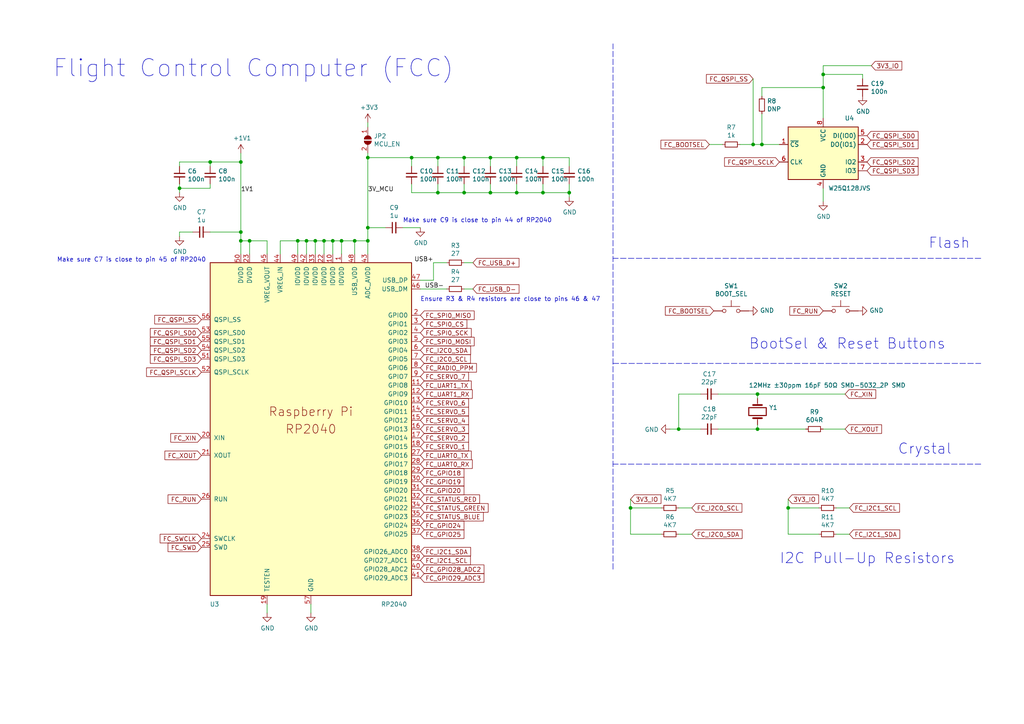
<source format=kicad_sch>
(kicad_sch (version 20211123) (generator eeschema)
  (paper "A4")
  (title_block (title "Flight Control Computer"))
  (lib_symbols
    (symbol "Device:C_Small" (pin_numbers hide) (pin_names (offset 0.254) hide)
      (property "Reference" "C" (at 0.254 1.778 0))
      (property "Value" "C_Small" (at 0.254 -2.032 0))
      (symbol "C_Small_0_1"
        (polyline (pts (xy -1.524 -0.508) (xy 1.524 -0.508)) (stroke (width 0.3302)))
        (polyline (pts (xy -1.524 0.508) (xy 1.524 0.508)) (stroke (width 0.3048)))
      )
      (symbol "C_Small_1_1"
        (pin passive line (at 0 2.54 270) (length 2.032) (name "~") (number "1"))
        (pin passive line (at 0 -2.54 90) (length 2.032) (name "~") (number "2"))
      )
    )
    (symbol "Device:Crystal" (pin_numbers hide) (pin_names (offset 1.016) hide)
      (property "Reference" "Y" (at 0 3.81 0))
      (property "Value" "Crystal" (at 0 -3.81 0))
      (symbol "Crystal_0_1"
        (rectangle (start -1.143 2.54) (end 1.143 -2.54) (stroke (width 0.3048)))
        (polyline (pts (xy -2.54 0) (xy -1.905 0)))
        (polyline (pts (xy -1.905 -1.27) (xy -1.905 1.27)) (stroke (width 0.508)))
        (polyline (pts (xy 1.905 -1.27) (xy 1.905 1.27)) (stroke (width 0.508)))
        (polyline (pts (xy 2.54 0) (xy 1.905 0)))
      )
      (symbol "Crystal_1_1"
        (pin passive line (at -3.81 0 0) (length 1.27) (name "1") (number "1"))
        (pin passive line (at 3.81 0 180) (length 1.27) (name "2") (number "2"))
      )
    )
    (symbol "Device:R_Small" (pin_numbers hide) (pin_names (offset 0.254) hide)
      (property "Reference" "R" (at 0.762 0.508 0))
      (property "Value" "R_Small" (at 0.762 -1.016 0))
      (symbol "R_Small_0_1"
        (rectangle (start -0.762 1.778) (end 0.762 -1.778) (stroke (width 0.2032)))
      )
      (symbol "R_Small_1_1"
        (pin passive line (at 0 2.54 270) (length 0.762) (name "~") (number "1"))
        (pin passive line (at 0 -2.54 90) (length 0.762) (name "~") (number "2"))
      )
    )
    (symbol "Jumper:SolderJumper_2_Open" (pin_names (offset 0) hide)
      (property "Reference" "JP" (at 0 2.032 0))
      (property "Value" "SolderJumper_2_Open" (at 0 -2.54 0))
      (symbol "SolderJumper_2_Open_0_1"
        (arc (start -0.254 1.016) (mid -1.27 0) (end -0.254 -1.016))
        (arc (start -0.254 1.016) (mid -1.27 0) (end -0.254 -1.016) (fill (type outline)))
        (polyline (pts (xy -0.254 1.016) (xy -0.254 -1.016)))
        (polyline (pts (xy 0.254 1.016) (xy 0.254 -1.016)))
        (arc (start 0.254 -1.016) (mid 1.27 0) (end 0.254 1.016))
        (arc (start 0.254 -1.016) (mid 1.27 0) (end 0.254 1.016) (fill (type outline)))
      )
      (symbol "SolderJumper_2_Open_1_1"
        (pin passive line (at -3.81 0 0) (length 2.54) (name "A") (number "1"))
        (pin passive line (at 3.81 0 180) (length 2.54) (name "B") (number "2"))
      )
    )
    (symbol "Memory_Flash:W25Q128JVS"
      (property "Reference" "U" (at -8.89 8.89 0))
      (property "Value" "W25Q128JVS" (at 7.62 8.89 0))
      (symbol "W25Q128JVS_0_1"
        (rectangle (start -10.16 7.62) (end 10.16 -7.62) (stroke (width 0.254)) (fill (type background)))
      )
      (symbol "W25Q128JVS_1_1"
        (pin input line (at -12.7 2.54 0) (length 2.54) (name "~{CS}") (number "1"))
        (pin bidirectional line (at 12.7 2.54 180) (length 2.54) (name "DO(IO1)") (number "2"))
        (pin bidirectional line (at 12.7 -2.54 180) (length 2.54) (name "IO2") (number "3"))
        (pin power_in line (at 0 -10.16 90) (length 2.54) (name "GND") (number "4"))
        (pin bidirectional line (at 12.7 5.08 180) (length 2.54) (name "DI(IO0)") (number "5"))
        (pin input line (at -12.7 -2.54 0) (length 2.54) (name "CLK") (number "6"))
        (pin bidirectional line (at 12.7 -5.08 180) (length 2.54) (name "IO3") (number "7"))
        (pin power_in line (at 0 10.16 270) (length 2.54) (name "VCC") (number "8"))
      )
    )
    (symbol "Switch:SW_Push" (pin_numbers hide) (pin_names (offset 1.016) hide)
      (property "Reference" "SW" (at 1.27 2.54 0))
      (property "Value" "SW_Push" (at 0 -1.524 0))
      (symbol "SW_Push_0_1"
        (circle (center -2.032 0) (radius 0.508))
        (polyline (pts (xy 0 1.27) (xy 0 3.048)))
        (polyline (pts (xy 2.54 1.27) (xy -2.54 1.27)))
        (circle (center 2.032 0) (radius 0.508))
        (pin passive line (at -5.08 0 0) (length 2.54) (name "1") (number "1"))
        (pin passive line (at 5.08 0 180) (length 2.54) (name "2") (number "2"))
      )
    )
    (symbol "hermes_v1-rescue:RP2040-MCU_RP2040" (pin_names (offset 1.016))
      (property "Reference" "U" (at -29.21 49.53 0))
      (property "Value" "RP2040-MCU_RP2040" (at 24.13 -49.53 0))
      (symbol "RP2040-MCU_RP2040_0_0"
        (text "Raspberry Pi" (at 0 5.08 0) (effects (font (size 2.54 2.54))))
        (text "RP2040" (at 0 0 0) (effects (font (size 2.54 2.54))))
      )
      (symbol "RP2040-MCU_RP2040_0_1"
        (rectangle (start 29.21 48.26) (end -29.21 -48.26) (stroke (width 0.254)) (fill (type background)))
      )
      (symbol "RP2040-MCU_RP2040_1_1"
        (pin power_in line (at 8.89 50.8 270) (length 2.54) (name "IOVDD") (number "1"))
        (pin power_in line (at 6.35 50.8 270) (length 2.54) (name "IOVDD") (number "10"))
        (pin bidirectional line (at 31.75 12.7 180) (length 2.54) (name "GPIO8") (number "11"))
        (pin bidirectional line (at 31.75 10.16 180) (length 2.54) (name "GPIO9") (number "12"))
        (pin bidirectional line (at 31.75 7.62 180) (length 2.54) (name "GPIO10") (number "13"))
        (pin bidirectional line (at 31.75 5.08 180) (length 2.54) (name "GPIO11") (number "14"))
        (pin bidirectional line (at 31.75 2.54 180) (length 2.54) (name "GPIO12") (number "15"))
        (pin bidirectional line (at 31.75 0 180) (length 2.54) (name "GPIO13") (number "16"))
        (pin bidirectional line (at 31.75 -2.54 180) (length 2.54) (name "GPIO14") (number "17"))
        (pin bidirectional line (at 31.75 -5.08 180) (length 2.54) (name "GPIO15") (number "18"))
        (pin passive line (at -12.7 -50.8 90) (length 2.54) (name "TESTEN") (number "19"))
        (pin bidirectional line (at 31.75 33.02 180) (length 2.54) (name "GPIO0") (number "2"))
        (pin input line (at -31.75 -2.54 0) (length 2.54) (name "XIN") (number "20"))
        (pin passive line (at -31.75 -7.62 0) (length 2.54) (name "XOUT") (number "21"))
        (pin power_in line (at 3.81 50.8 270) (length 2.54) (name "IOVDD") (number "22"))
        (pin power_in line (at -17.78 50.8 270) (length 2.54) (name "DVDD") (number "23"))
        (pin output line (at -31.75 -31.75 0) (length 2.54) (name "SWCLK") (number "24"))
        (pin bidirectional line (at -31.75 -34.29 0) (length 2.54) (name "SWD") (number "25"))
        (pin input line (at -31.75 -20.32 0) (length 2.54) (name "RUN") (number "26"))
        (pin bidirectional line (at 31.75 -7.62 180) (length 2.54) (name "GPIO16") (number "27"))
        (pin bidirectional line (at 31.75 -10.16 180) (length 2.54) (name "GPIO17") (number "28"))
        (pin bidirectional line (at 31.75 -12.7 180) (length 2.54) (name "GPIO18") (number "29"))
        (pin bidirectional line (at 31.75 30.48 180) (length 2.54) (name "GPIO1") (number "3"))
        (pin bidirectional line (at 31.75 -15.24 180) (length 2.54) (name "GPIO19") (number "30"))
        (pin bidirectional line (at 31.75 -17.78 180) (length 2.54) (name "GPIO20") (number "31"))
        (pin bidirectional line (at 31.75 -20.32 180) (length 2.54) (name "GPIO21") (number "32"))
        (pin power_in line (at 1.27 50.8 270) (length 2.54) (name "IOVDD") (number "33"))
        (pin bidirectional line (at 31.75 -22.86 180) (length 2.54) (name "GPIO22") (number "34"))
        (pin bidirectional line (at 31.75 -25.4 180) (length 2.54) (name "GPIO23") (number "35"))
        (pin bidirectional line (at 31.75 -27.94 180) (length 2.54) (name "GPIO24") (number "36"))
        (pin bidirectional line (at 31.75 -30.48 180) (length 2.54) (name "GPIO25") (number "37"))
        (pin bidirectional line (at 31.75 -35.56 180) (length 2.54) (name "GPIO26_ADC0") (number "38"))
        (pin bidirectional line (at 31.75 -38.1 180) (length 2.54) (name "GPIO27_ADC1") (number "39"))
        (pin bidirectional line (at 31.75 27.94 180) (length 2.54) (name "GPIO2") (number "4"))
        (pin bidirectional line (at 31.75 -40.64 180) (length 2.54) (name "GPIO28_ADC2") (number "40"))
        (pin bidirectional line (at 31.75 -43.18 180) (length 2.54) (name "GPIO29_ADC3") (number "41"))
        (pin power_in line (at -1.27 50.8 270) (length 2.54) (name "IOVDD") (number "42"))
        (pin power_in line (at 16.51 50.8 270) (length 2.54) (name "ADC_AVDD") (number "43"))
        (pin power_in line (at -8.89 50.8 270) (length 2.54) (name "VREG_IN") (number "44"))
        (pin power_out line (at -12.7 50.8 270) (length 2.54) (name "VREG_VOUT") (number "45"))
        (pin bidirectional line (at 31.75 40.64 180) (length 2.54) (name "USB_DM") (number "46"))
        (pin bidirectional line (at 31.75 43.18 180) (length 2.54) (name "USB_DP") (number "47"))
        (pin power_in line (at 12.7 50.8 270) (length 2.54) (name "USB_VDD") (number "48"))
        (pin power_in line (at -3.81 50.8 270) (length 2.54) (name "IOVDD") (number "49"))
        (pin bidirectional line (at 31.75 25.4 180) (length 2.54) (name "GPIO3") (number "5"))
        (pin power_in line (at -20.32 50.8 270) (length 2.54) (name "DVDD") (number "50"))
        (pin bidirectional line (at -31.75 20.32 0) (length 2.54) (name "QSPI_SD3") (number "51"))
        (pin output line (at -31.75 16.51 0) (length 2.54) (name "QSPI_SCLK") (number "52"))
        (pin bidirectional line (at -31.75 27.94 0) (length 2.54) (name "QSPI_SD0") (number "53"))
        (pin bidirectional line (at -31.75 22.86 0) (length 2.54) (name "QSPI_SD2") (number "54"))
        (pin bidirectional line (at -31.75 25.4 0) (length 2.54) (name "QSPI_SD1") (number "55"))
        (pin bidirectional line (at -31.75 31.75 0) (length 2.54) (name "QSPI_SS") (number "56"))
        (pin power_in line (at 0 -50.8 90) (length 2.54) (name "GND") (number "57"))
        (pin bidirectional line (at 31.75 22.86 180) (length 2.54) (name "GPIO4") (number "6"))
        (pin bidirectional line (at 31.75 20.32 180) (length 2.54) (name "GPIO5") (number "7"))
        (pin bidirectional line (at 31.75 17.78 180) (length 2.54) (name "GPIO6") (number "8"))
        (pin bidirectional line (at 31.75 15.24 180) (length 2.54) (name "GPIO7") (number "9"))
      )
    )
    (symbol "power:+1V1" (power) (pin_names (offset 0))
      (property "Value" "+1V1" (at 0 3.556 0))
      (symbol "+1V1_0_1"
        (polyline (pts (xy -0.762 1.27) (xy 0 2.54)))
        (polyline (pts (xy 0 0) (xy 0 2.54)))
        (polyline (pts (xy 0 2.54) (xy 0.762 1.27)))
      )
      (symbol "+1V1_1_1"
        (pin power_in line (at 0 0 90) (length 0) hide (name "+1V1") (number "1"))
      )
    )
    (symbol "power:+3.3V" (power) (pin_names (offset 0))
      (property "Value" "+3.3V" (at 0 3.556 0))
      (symbol "+3.3V_0_1"
        (polyline (pts (xy -0.762 1.27) (xy 0 2.54)))
        (polyline (pts (xy 0 0) (xy 0 2.54)))
        (polyline (pts (xy 0 2.54) (xy 0.762 1.27)))
      )
      (symbol "+3.3V_1_1"
        (pin power_in line (at 0 0 90) (length 0) hide (name "+3V3") (number "1"))
      )
    )
    (symbol "power:GND" (power) (pin_names (offset 0))
      (property "Value" "GND" (at 0 -3.81 0))
      (symbol "GND_0_1"
        (polyline (pts (xy 0 0) (xy 0 -1.27) (xy 1.27 -1.27) (xy 0 -2.54) (xy -1.27 -1.27) (xy 0 -1.27)))
      )
      (symbol "GND_1_1"
        (pin power_in line (at 0 0 270) (length 0) hide (name "GND") (number "1"))
      )
    )
  )
  (junction (at 238.76 21.59))
  (junction (at 99.06 69.85))
  (junction (at 149.86 45.72))
  (junction (at 218.44 41.91))
  (junction (at 91.44 69.85))
  (junction (at 69.85 67.31))
  (junction (at 219.71 114.3))
  (junction (at 69.85 69.85))
  (junction (at 127 55.88))
  (junction (at 220.98 41.91))
  (junction (at 182.88 147.32))
  (junction (at 134.62 45.72))
  (junction (at 52.07 54.61))
  (junction (at 165.1 55.88))
  (junction (at 102.87 69.85))
  (junction (at 88.9 69.85))
  (junction (at 72.39 69.85))
  (junction (at 149.86 55.88))
  (junction (at 219.71 124.46))
  (junction (at 106.68 66.04))
  (junction (at 119.38 45.72))
  (junction (at 157.48 45.72))
  (junction (at 96.52 69.85))
  (junction (at 157.48 55.88))
  (junction (at 93.98 69.85))
  (junction (at 196.85 124.46))
  (junction (at 106.68 69.85))
  (junction (at 142.24 45.72))
  (junction (at 134.62 55.88))
  (junction (at 228.6 147.32))
  (junction (at 60.96 46.99))
  (junction (at 69.85 46.99))
  (junction (at 106.68 45.72))
  (junction (at 86.36 69.85))
  (junction (at 127 45.72))
  (junction (at 238.76 25.4))
  (junction (at 142.24 55.88))
  (wire (pts (xy 119.38 55.88) (xy 119.38 53.34)))
  (wire (pts (xy 91.44 73.66) (xy 91.44 69.85)))
  (wire (pts (xy 134.62 83.82) (xy 137.16 83.82)))
  (wire (pts (xy 238.76 21.59) (xy 238.76 25.4)))
  (wire (pts (xy 250.19 22.86) (xy 250.19 21.59)))
  (wire (pts (xy 242.57 154.94) (xy 246.38 154.94)))
  (wire (pts (xy 106.68 66.04) (xy 106.68 69.85)))
  (wire (pts (xy 149.86 53.34) (xy 149.86 55.88)))
  (wire (pts (xy 106.68 69.85) (xy 106.68 73.66)))
  (wire (pts (xy 238.76 54.61) (xy 238.76 58.42)))
  (wire (pts (xy 214.63 41.91) (xy 218.44 41.91)))
  (wire (pts (xy 91.44 69.85) (xy 93.98 69.85)))
  (wire (pts (xy 99.06 69.85) (xy 102.87 69.85)))
  (wire (pts (xy 182.88 144.78) (xy 182.88 147.32)))
  (wire (pts (xy 149.86 48.26) (xy 149.86 45.72)))
  (polyline (pts (xy 177.8 105.41) (xy 284.48 105.41)))
  (wire (pts (xy 165.1 45.72) (xy 165.1 48.26)))
  (wire (pts (xy 86.36 69.85) (xy 88.9 69.85)))
  (wire (pts (xy 81.28 73.66) (xy 81.28 69.85)))
  (wire (pts (xy 127 45.72) (xy 134.62 45.72)))
  (wire (pts (xy 90.17 175.26) (xy 90.17 177.8)))
  (wire (pts (xy 165.1 55.88) (xy 157.48 55.88)))
  (wire (pts (xy 106.68 66.04) (xy 111.76 66.04)))
  (wire (pts (xy 77.47 69.85) (xy 72.39 69.85)))
  (wire (pts (xy 96.52 73.66) (xy 96.52 69.85)))
  (wire (pts (xy 52.07 46.99) (xy 52.07 48.26)))
  (wire (pts (xy 238.76 25.4) (xy 238.76 34.29)))
  (wire (pts (xy 134.62 55.88) (xy 127 55.88)))
  (wire (pts (xy 165.1 53.34) (xy 165.1 55.88)))
  (wire (pts (xy 69.85 67.31) (xy 69.85 69.85)))
  (wire (pts (xy 219.71 124.46) (xy 233.68 124.46)))
  (wire (pts (xy 127 53.34) (xy 127 55.88)))
  (wire (pts (xy 250.19 21.59) (xy 238.76 21.59)))
  (wire (pts (xy 142.24 53.34) (xy 142.24 55.88)))
  (wire (pts (xy 99.06 73.66) (xy 99.06 69.85)))
  (wire (pts (xy 52.07 67.31) (xy 52.07 68.58)))
  (wire (pts (xy 106.68 35.56) (xy 106.68 36.83)))
  (wire (pts (xy 134.62 53.34) (xy 134.62 55.88)))
  (wire (pts (xy 218.44 41.91) (xy 220.98 41.91)))
  (wire (pts (xy 238.76 19.05) (xy 238.76 21.59)))
  (wire (pts (xy 191.77 147.32) (xy 182.88 147.32)))
  (wire (pts (xy 220.98 33.02) (xy 220.98 41.91)))
  (wire (pts (xy 121.92 83.82) (xy 129.54 83.82)))
  (wire (pts (xy 93.98 73.66) (xy 93.98 69.85)))
  (wire (pts (xy 157.48 45.72) (xy 165.1 45.72)))
  (wire (pts (xy 220.98 25.4) (xy 238.76 25.4)))
  (wire (pts (xy 242.57 147.32) (xy 246.38 147.32)))
  (polyline (pts (xy 284.48 134.62) (xy 177.8 134.62)))
  (wire (pts (xy 238.76 19.05) (xy 252.73 19.05)))
  (wire (pts (xy 60.96 54.61) (xy 60.96 53.34)))
  (wire (pts (xy 219.71 114.3) (xy 245.11 114.3)))
  (wire (pts (xy 134.62 55.88) (xy 142.24 55.88)))
  (wire (pts (xy 196.85 124.46) (xy 194.31 124.46)))
  (wire (pts (xy 88.9 73.66) (xy 88.9 69.85)))
  (wire (pts (xy 142.24 45.72) (xy 149.86 45.72)))
  (wire (pts (xy 218.44 41.91) (xy 218.44 22.86)))
  (wire (pts (xy 208.28 114.3) (xy 219.71 114.3)))
  (wire (pts (xy 69.85 67.31) (xy 60.96 67.31)))
  (wire (pts (xy 134.62 48.26) (xy 134.62 45.72)))
  (wire (pts (xy 134.62 76.2) (xy 137.16 76.2)))
  (wire (pts (xy 69.85 46.99) (xy 60.96 46.99)))
  (wire (pts (xy 182.88 154.94) (xy 191.77 154.94)))
  (polyline (pts (xy 284.48 74.93) (xy 177.8 74.93)))
  (wire (pts (xy 219.71 123.19) (xy 219.71 124.46)))
  (wire (pts (xy 157.48 53.34) (xy 157.48 55.88)))
  (wire (pts (xy 129.54 76.2) (xy 125.73 76.2)))
  (wire (pts (xy 228.6 147.32) (xy 228.6 154.94)))
  (wire (pts (xy 106.68 44.45) (xy 106.68 45.72)))
  (wire (pts (xy 125.73 76.2) (xy 125.73 81.28)))
  (wire (pts (xy 52.07 54.61) (xy 52.07 55.88)))
  (wire (pts (xy 60.96 48.26) (xy 60.96 46.99)))
  (wire (pts (xy 106.68 45.72) (xy 106.68 66.04)))
  (wire (pts (xy 52.07 53.34) (xy 52.07 54.61)))
  (wire (pts (xy 142.24 45.72) (xy 142.24 48.26)))
  (wire (pts (xy 238.76 124.46) (xy 245.11 124.46)))
  (wire (pts (xy 196.85 114.3) (xy 196.85 124.46)))
  (wire (pts (xy 220.98 27.94) (xy 220.98 25.4)))
  (wire (pts (xy 219.71 115.57) (xy 219.71 114.3)))
  (wire (pts (xy 119.38 48.26) (xy 119.38 45.72)))
  (wire (pts (xy 86.36 73.66) (xy 86.36 69.85)))
  (wire (pts (xy 127 55.88) (xy 119.38 55.88)))
  (wire (pts (xy 116.84 66.04) (xy 121.92 66.04)))
  (wire (pts (xy 69.85 69.85) (xy 69.85 73.66)))
  (wire (pts (xy 69.85 44.45) (xy 69.85 46.99)))
  (wire (pts (xy 220.98 41.91) (xy 226.06 41.91)))
  (wire (pts (xy 93.98 69.85) (xy 96.52 69.85)))
  (wire (pts (xy 77.47 175.26) (xy 77.47 177.8)))
  (wire (pts (xy 81.28 69.85) (xy 86.36 69.85)))
  (wire (pts (xy 72.39 73.66) (xy 72.39 69.85)))
  (wire (pts (xy 72.39 69.85) (xy 69.85 69.85)))
  (wire (pts (xy 77.47 73.66) (xy 77.47 69.85)))
  (wire (pts (xy 205.74 41.91) (xy 209.55 41.91)))
  (wire (pts (xy 52.07 67.31) (xy 55.88 67.31)))
  (wire (pts (xy 102.87 69.85) (xy 106.68 69.85)))
  (wire (pts (xy 69.85 46.99) (xy 69.85 67.31)))
  (wire (pts (xy 203.2 114.3) (xy 196.85 114.3)))
  (wire (pts (xy 96.52 69.85) (xy 99.06 69.85)))
  (wire (pts (xy 134.62 45.72) (xy 142.24 45.72)))
  (wire (pts (xy 88.9 69.85) (xy 91.44 69.85)))
  (polyline (pts (xy 177.8 165.1) (xy 177.8 12.7)))
  (wire (pts (xy 203.2 124.46) (xy 196.85 124.46)))
  (wire (pts (xy 106.68 45.72) (xy 119.38 45.72)))
  (wire (pts (xy 237.49 147.32) (xy 228.6 147.32)))
  (wire (pts (xy 228.6 154.94) (xy 237.49 154.94)))
  (wire (pts (xy 149.86 55.88) (xy 142.24 55.88)))
  (wire (pts (xy 182.88 147.32) (xy 182.88 154.94)))
  (wire (pts (xy 165.1 55.88) (xy 165.1 57.15)))
  (wire (pts (xy 102.87 73.66) (xy 102.87 69.85)))
  (wire (pts (xy 119.38 45.72) (xy 127 45.72)))
  (wire (pts (xy 149.86 45.72) (xy 157.48 45.72)))
  (wire (pts (xy 196.85 147.32) (xy 200.66 147.32)))
  (wire (pts (xy 60.96 46.99) (xy 52.07 46.99)))
  (wire (pts (xy 125.73 81.28) (xy 121.92 81.28)))
  (wire (pts (xy 157.48 55.88) (xy 149.86 55.88)))
  (wire (pts (xy 228.6 144.78) (xy 228.6 147.32)))
  (wire (pts (xy 157.48 48.26) (xy 157.48 45.72)))
  (wire (pts (xy 196.85 154.94) (xy 200.66 154.94)))
  (wire (pts (xy 208.28 124.46) (xy 219.71 124.46)))
  (wire (pts (xy 127 48.26) (xy 127 45.72)))
  (wire (pts (xy 52.07 54.61) (xy 60.96 54.61)))
  (text "Flash" (at 269.24 72.39 0) (effects (font (size 2.9972 2.9972)) (justify left bottom)))
  (text "Ensure R3 & R4 resistors are close to pins 46 & 47" (at 121.92 87.63 0) (effects (font (size 1.27 1.27)) (justify left bottom)))
  (text "Flight Control Computer (FCC)\n" (at 15.24 22.86 0) (effects (font (size 5.0038 5.0038)) (justify left bottom)))
  (text "BootSel & Reset Buttons" (at 217.17 101.6 0) (effects (font (size 2.9972 2.9972)) (justify left bottom)))
  (text "Make sure C7 is close to pin 45 of RP2040" (at 16.51 76.2 0) (effects (font (size 1.27 1.27)) (justify left bottom)))
  (text "Make sure C9 is close to pin 44 of RP2040" (at 116.84 64.77 0) (effects (font (size 1.27 1.27)) (justify left bottom)))
  (text "Crystal" (at 260.35 132.08 0) (effects (font (size 2.9972 2.9972)) (justify left bottom)))
  (text "I2C Pull-Up Resistors" (at 226.06 163.83 0) (effects (font (size 2.9972 2.9972)) (justify left bottom)))
  (label "1V1" (at 69.85 55.88 0))
  (label "USB-" (at 123.19 83.82 0))
  (label "USB+" (at 125.73 76.2 180))
  (label "3V_MCU" (at 106.68 55.88 0))
  (global_label "FC_I2C1_SCL" (shape input) (at 246.38 147.32 0) (property "Intersheet References" "${INTERSHEET_REFS}" (effects hide)))
  (global_label "FC_QSPI_SD0" (shape input) (at 58.42 96.52 180) (property "Intersheet References" "${INTERSHEET_REFS}" (effects hide)))
  (global_label "FC_I2C0_SDA" (shape input) (at 121.92 101.6 0) (property "Intersheet References" "${INTERSHEET_REFS}" (effects hide)))
  (global_label "3V3_IO" (shape input) (at 252.73 19.05 0) (property "Intersheet References" "${INTERSHEET_REFS}" (effects hide)))
  (global_label "FC_BOOTSEL" (shape input) (at 205.74 41.91 180) (property "Intersheet References" "${INTERSHEET_REFS}" (effects hide)))
  (global_label "FC_QSPI_SD1" (shape input) (at 58.42 99.06 180) (property "Intersheet References" "${INTERSHEET_REFS}" (effects hide)))
  (global_label "FC_GPIO20" (shape input) (at 121.92 142.24 0) (property "Intersheet References" "${INTERSHEET_REFS}" (effects hide)))
  (global_label "FC_SPI0_MISO" (shape input) (at 121.92 91.44 0) (property "Intersheet References" "${INTERSHEET_REFS}" (effects hide)))
  (global_label "FC_QSPI_SS" (shape input) (at 218.44 22.86 180) (property "Intersheet References" "${INTERSHEET_REFS}" (effects hide)))
  (global_label "FC_GPIO29_ADC3" (shape input) (at 121.92 167.64 0) (property "Intersheet References" "${INTERSHEET_REFS}" (effects hide)))
  (global_label "FC_GPIO18" (shape input) (at 121.92 137.16 0) (property "Intersheet References" "${INTERSHEET_REFS}" (effects hide)))
  (global_label "FC_QSPI_SD3" (shape input) (at 251.46 49.53 0) (property "Intersheet References" "${INTERSHEET_REFS}" (effects hide)))
  (global_label "3V3_IO" (shape input) (at 182.88 144.78 0) (property "Intersheet References" "${INTERSHEET_REFS}" (effects hide)))
  (global_label "FC_USB_D+" (shape input) (at 137.16 76.2 0) (property "Intersheet References" "${INTERSHEET_REFS}" (effects hide)))
  (global_label "FC_XIN" (shape input) (at 245.11 114.3 0) (property "Intersheet References" "${INTERSHEET_REFS}" (effects hide)))
  (global_label "FC_XOUT" (shape input) (at 58.42 132.08 180) (property "Intersheet References" "${INTERSHEET_REFS}" (effects hide)))
  (global_label "FC_SERVO_5" (shape input) (at 121.92 119.38 0) (property "Intersheet References" "${INTERSHEET_REFS}" (effects hide)))
  (global_label "FC_RADIO_PPM" (shape input) (at 121.92 106.68 0) (property "Intersheet References" "${INTERSHEET_REFS}" (effects hide)))
  (global_label "FC_UART0_TX" (shape input) (at 121.92 132.08 0) (property "Intersheet References" "${INTERSHEET_REFS}" (effects hide)))
  (global_label "3V3_IO" (shape input) (at 228.6 144.78 0) (property "Intersheet References" "${INTERSHEET_REFS}" (effects hide)))
  (global_label "FC_QSPI_SD2" (shape input) (at 58.42 101.6 180) (property "Intersheet References" "${INTERSHEET_REFS}" (effects hide)))
  (global_label "FC_I2C1_SDA" (shape input) (at 121.92 160.02 0) (property "Intersheet References" "${INTERSHEET_REFS}" (effects hide)))
  (global_label "FC_SERVO_6" (shape input) (at 121.92 116.84 0) (property "Intersheet References" "${INTERSHEET_REFS}" (effects hide)))
  (global_label "FC_QSPI_SCLK" (shape input) (at 226.06 46.99 180) (property "Intersheet References" "${INTERSHEET_REFS}" (effects hide)))
  (global_label "FC_SERVO_3" (shape input) (at 121.92 124.46 0) (property "Intersheet References" "${INTERSHEET_REFS}" (effects hide)))
  (global_label "FC_QSPI_SD1" (shape input) (at 251.46 41.91 0) (property "Intersheet References" "${INTERSHEET_REFS}" (effects hide)))
  (global_label "FC_SWD" (shape input) (at 58.42 158.75 180) (property "Intersheet References" "${INTERSHEET_REFS}" (effects hide)))
  (global_label "FC_UART0_RX" (shape input) (at 121.92 134.62 0) (property "Intersheet References" "${INTERSHEET_REFS}" (effects hide)))
  (global_label "FC_UART1_RX" (shape input) (at 121.92 114.3 0) (property "Intersheet References" "${INTERSHEET_REFS}" (effects hide)))
  (global_label "FC_QSPI_SD3" (shape input) (at 58.42 104.14 180) (property "Intersheet References" "${INTERSHEET_REFS}" (effects hide)))
  (global_label "FC_STATUS_BLUE" (shape input) (at 121.92 149.86 0) (property "Intersheet References" "${INTERSHEET_REFS}" (effects hide)))
  (global_label "FC_RUN" (shape input) (at 58.42 144.78 180) (property "Intersheet References" "${INTERSHEET_REFS}" (effects hide)))
  (global_label "FC_QSPI_SS" (shape input) (at 58.42 92.71 180) (property "Intersheet References" "${INTERSHEET_REFS}" (effects hide)))
  (global_label "FC_SWCLK" (shape input) (at 58.42 156.21 180) (property "Intersheet References" "${INTERSHEET_REFS}" (effects hide)))
  (global_label "FC_STATUS_RED" (shape input) (at 121.92 144.78 0) (property "Intersheet References" "${INTERSHEET_REFS}" (effects hide)))
  (global_label "FC_QSPI_SCLK" (shape input) (at 58.42 107.95 180) (property "Intersheet References" "${INTERSHEET_REFS}" (effects hide)))
  (global_label "FC_GPIO19" (shape input) (at 121.92 139.7 0) (property "Intersheet References" "${INTERSHEET_REFS}" (effects hide)))
  (global_label "FC_SPI0_MOSI" (shape input) (at 121.92 99.06 0) (property "Intersheet References" "${INTERSHEET_REFS}" (effects hide)))
  (global_label "FC_STATUS_GREEN" (shape input) (at 121.92 147.32 0) (property "Intersheet References" "${INTERSHEET_REFS}" (effects hide)))
  (global_label "FC_QSPI_SD0" (shape input) (at 251.46 39.37 0) (property "Intersheet References" "${INTERSHEET_REFS}" (effects hide)))
  (global_label "FC_I2C1_SDA" (shape input) (at 246.38 154.94 0) (property "Intersheet References" "${INTERSHEET_REFS}" (effects hide)))
  (global_label "FC_BOOTSEL" (shape input) (at 207.01 90.17 180) (property "Intersheet References" "${INTERSHEET_REFS}" (effects hide)))
  (global_label "FC_GPIO24" (shape input) (at 121.92 152.4 0) (property "Intersheet References" "${INTERSHEET_REFS}" (effects hide)))
  (global_label "FC_UART1_TX" (shape input) (at 121.92 111.76 0) (property "Intersheet References" "${INTERSHEET_REFS}" (effects hide)))
  (global_label "FC_XIN" (shape input) (at 58.42 127 180) (property "Intersheet References" "${INTERSHEET_REFS}" (effects hide)))
  (global_label "FC_I2C0_SDA" (shape input) (at 200.66 154.94 0) (property "Intersheet References" "${INTERSHEET_REFS}" (effects hide)))
  (global_label "FC_SERVO_2" (shape input) (at 121.92 127 0) (property "Intersheet References" "${INTERSHEET_REFS}" (effects hide)))
  (global_label "FC_SERVO_1" (shape input) (at 121.92 129.54 0) (property "Intersheet References" "${INTERSHEET_REFS}" (effects hide)))
  (global_label "FC_SERVO_4" (shape input) (at 121.92 121.92 0) (property "Intersheet References" "${INTERSHEET_REFS}" (effects hide)))
  (global_label "FC_SPI0_CS" (shape input) (at 121.92 93.98 0) (property "Intersheet References" "${INTERSHEET_REFS}" (effects hide)))
  (global_label "FC_GPIO25" (shape input) (at 121.92 154.94 0) (property "Intersheet References" "${INTERSHEET_REFS}" (effects hide)))
  (global_label "FC_RUN" (shape input) (at 238.76 90.17 180) (property "Intersheet References" "${INTERSHEET_REFS}" (effects hide)))
  (global_label "FC_SPI0_SCK" (shape input) (at 121.92 96.52 0) (property "Intersheet References" "${INTERSHEET_REFS}" (effects hide)))
  (global_label "FC_I2C1_SCL" (shape input) (at 121.92 162.56 0) (property "Intersheet References" "${INTERSHEET_REFS}" (effects hide)))
  (global_label "FC_SERVO_7" (shape input) (at 121.92 109.22 0) (property "Intersheet References" "${INTERSHEET_REFS}" (effects hide)))
  (global_label "FC_I2C0_SCL" (shape input) (at 200.66 147.32 0) (property "Intersheet References" "${INTERSHEET_REFS}" (effects hide)))
  (global_label "FC_QSPI_SD2" (shape input) (at 251.46 46.99 0) (property "Intersheet References" "${INTERSHEET_REFS}" (effects hide)))
  (global_label "FC_XOUT" (shape input) (at 245.11 124.46 0) (property "Intersheet References" "${INTERSHEET_REFS}" (effects hide)))
  (global_label "FC_I2C0_SCL" (shape input) (at 121.92 104.14 0) (property "Intersheet References" "${INTERSHEET_REFS}" (effects hide)))
  (global_label "FC_USB_D-" (shape input) (at 137.16 83.82 0) (property "Intersheet References" "${INTERSHEET_REFS}" (effects hide)))
  (global_label "FC_GPIO28_ADC2" (shape input) (at 121.92 165.1 0) (property "Intersheet References" "${INTERSHEET_REFS}" (effects hide)))
  (symbol (lib_id "hermes_v1-rescue:RP2040-MCU_RP2040") (at 90.17 124.46 0) (unit 1)
    (property "Reference" "U3" (at 62.23 175.26 0))
    (property "Value" "RP2040" (at 114.3 175.26 0))
    (property "Footprint" "RP2040_minimal:RP2040-QFN-56" (effects hide))
    (property "LCSC" "C2040" (effects hide))
  )
  (symbol (lib_id "Device:R_Small") (at 132.08 76.2 270) (unit 1)
    (property "Reference" "R3" (at 132.08 71.2216 90))
    (property "Value" "27" (at 132.08 73.533 90))
    (property "Footprint" "Resistor_SMD:R_0402_1005Metric_Pad0.72x0.64mm_HandSolder" (effects hide))
  )
  (symbol (lib_id "Device:R_Small") (at 132.08 83.82 270) (unit 1)
    (property "Reference" "R4" (at 132.08 78.8416 90))
    (property "Value" "27" (at 132.08 81.153 90))
    (property "Footprint" "Resistor_SMD:R_0402_1005Metric_Pad0.72x0.64mm_HandSolder" (effects hide))
  )
  (symbol (lib_id "Device:C_Small") (at 114.3 66.04 90) (unit 1)
    (property "Reference" "C9" (at 114.3 60.2234 90))
    (property "Value" "1u" (at 114.3 62.5348 90))
    (property "Footprint" "Capacitor_SMD:C_0402_1005Metric_Pad0.74x0.62mm_HandSolder" (effects hide))
  )
  (symbol (lib_id "power:GND") (at 121.92 66.04 0) (unit 1)
    (property "Reference" "#PWR023" (effects hide))
    (property "Value" "GND" (at 122.047 70.4342 0))
  )
  (symbol (lib_id "Device:C_Small") (at 142.24 50.8 0) (unit 1)
    (property "Reference" "C13" (at 144.5768 49.6316 0) (effects (justify left)))
    (property "Value" "100n" (at 144.5768 51.943 0) (effects (justify left)))
    (property "Footprint" "Capacitor_SMD:C_0402_1005Metric_Pad0.74x0.62mm_HandSolder" (effects hide))
  )
  (symbol (lib_id "Device:C_Small") (at 134.62 50.8 0) (unit 1)
    (property "Reference" "C12" (at 136.9568 49.6316 0) (effects (justify left)))
    (property "Value" "100n" (at 136.9568 51.943 0) (effects (justify left)))
    (property "Footprint" "Capacitor_SMD:C_0402_1005Metric_Pad0.74x0.62mm_HandSolder" (effects hide))
  )
  (symbol (lib_id "Device:C_Small") (at 127 50.8 0) (unit 1)
    (property "Reference" "C11" (at 129.3368 49.6316 0) (effects (justify left)))
    (property "Value" "100n" (at 129.3368 51.943 0) (effects (justify left)))
    (property "Footprint" "Capacitor_SMD:C_0402_1005Metric_Pad0.74x0.62mm_HandSolder" (effects hide))
  )
  (symbol (lib_id "Device:C_Small") (at 119.38 50.8 0) (unit 1)
    (property "Reference" "C10" (at 121.7168 49.6316 0) (effects (justify left)))
    (property "Value" "100n" (at 121.7168 51.943 0) (effects (justify left)))
    (property "Footprint" "Capacitor_SMD:C_0402_1005Metric_Pad0.74x0.62mm_HandSolder" (effects hide))
  )
  (symbol (lib_id "Device:C_Small") (at 149.86 50.8 0) (unit 1)
    (property "Reference" "C14" (at 152.1968 49.6316 0) (effects (justify left)))
    (property "Value" "100n" (at 152.1968 51.943 0) (effects (justify left)))
    (property "Footprint" "Capacitor_SMD:C_0402_1005Metric_Pad0.74x0.62mm_HandSolder" (effects hide))
  )
  (symbol (lib_id "Device:C_Small") (at 157.48 50.8 0) (unit 1)
    (property "Reference" "C15" (at 159.8168 49.6316 0) (effects (justify left)))
    (property "Value" "100n" (at 159.8168 51.943 0) (effects (justify left)))
    (property "Footprint" "Capacitor_SMD:C_0402_1005Metric_Pad0.74x0.62mm_HandSolder" (effects hide))
  )
  (symbol (lib_id "Device:C_Small") (at 165.1 50.8 0) (unit 1)
    (property "Reference" "C16" (at 167.4368 49.6316 0) (effects (justify left)))
    (property "Value" "100n" (at 167.4368 51.943 0) (effects (justify left)))
    (property "Footprint" "Capacitor_SMD:C_0402_1005Metric_Pad0.74x0.62mm_HandSolder" (effects hide))
  )
  (symbol (lib_id "power:GND") (at 165.1 57.15 0) (unit 1)
    (property "Reference" "#PWR024" (effects hide))
    (property "Value" "GND" (at 165.227 61.5442 0))
  )
  (symbol (lib_id "power:+1V1") (at 69.85 44.45 0) (unit 1)
    (property "Reference" "#PWR019" (effects hide))
    (property "Value" "+1V1" (at 70.231 40.0558 0))
  )
  (symbol (lib_id "Device:C_Small") (at 58.42 67.31 270) (unit 1)
    (property "Reference" "C7" (at 58.42 61.4934 90))
    (property "Value" "1u" (at 58.42 63.8048 90))
    (property "Footprint" "Capacitor_SMD:C_0402_1005Metric_Pad0.74x0.62mm_HandSolder" (effects hide))
  )
  (symbol (lib_id "power:GND") (at 52.07 68.58 0) (unit 1)
    (property "Reference" "#PWR018" (effects hide))
    (property "Value" "GND" (at 52.197 72.9742 0))
  )
  (symbol (lib_id "Device:C_Small") (at 52.07 50.8 0) (unit 1)
    (property "Reference" "C6" (at 54.4068 49.6316 0) (effects (justify left)))
    (property "Value" "100n" (at 54.4068 51.943 0) (effects (justify left)))
    (property "Footprint" "Capacitor_SMD:C_0402_1005Metric_Pad0.74x0.62mm_HandSolder" (effects hide))
  )
  (symbol (lib_id "power:GND") (at 52.07 55.88 0) (unit 1)
    (property "Reference" "#PWR017" (effects hide))
    (property "Value" "GND" (at 52.197 60.2742 0))
  )
  (symbol (lib_id "Device:C_Small") (at 60.96 50.8 0) (unit 1)
    (property "Reference" "C8" (at 63.2968 49.6316 0) (effects (justify left)))
    (property "Value" "100n" (at 63.2968 51.943 0) (effects (justify left)))
    (property "Footprint" "Capacitor_SMD:C_0402_1005Metric_Pad0.74x0.62mm_HandSolder" (effects hide))
  )
  (symbol (lib_id "power:GND") (at 248.92 90.17 90) (unit 1)
    (property "Reference" "#PWR031" (effects hide))
    (property "Value" "GND" (at 252.1712 90.043 90) (effects (justify right)))
  )
  (symbol (lib_id "power:GND") (at 77.47 177.8 0) (unit 1)
    (property "Reference" "#PWR020" (effects hide))
    (property "Value" "GND" (at 77.597 182.1942 0))
  )
  (symbol (lib_id "power:GND") (at 90.17 177.8 0) (unit 1)
    (property "Reference" "#PWR021" (effects hide))
    (property "Value" "GND" (at 90.297 182.1942 0))
  )
  (symbol (lib_id "Jumper:SolderJumper_2_Open") (at 106.68 40.64 270) (unit 1)
    (property "Reference" "JP2" (at 108.4072 39.4716 90) (effects (justify left)))
    (property "Value" "MCU_EN" (at 108.4072 41.783 90) (effects (justify left)))
    (property "Footprint" "Jumper:SolderJumper-2_P1.3mm_Open_RoundedPad1.0x1.5mm" (effects hide))
  )
  (symbol (lib_id "power:+3.3V") (at 106.68 35.56 0) (unit 1)
    (property "Reference" "#PWR022" (effects hide))
    (property "Value" "+3.3V" (at 107.061 31.1658 0))
  )
  (symbol (lib_id "Memory_Flash:W25Q128JVS") (at 238.76 44.45 0) (unit 1)
    (property "Reference" "U4" (at 246.38 34.29 0))
    (property "Value" "W25Q128JVS" (at 246.38 54.61 0))
    (property "Footprint" "Package_SO:SOIC-8_5.23x5.23mm_P1.27mm" (effects hide))
    (property "Datasheet" "http://www.winbond.com/resource-files/w25q128jv_dtr%20revc%2003272018%20plus.pdf" (effects hide))
    (property "LCSC" "C97521" (effects hide))
  )
  (symbol (lib_id "Device:C_Small") (at 250.19 25.4 0) (unit 1)
    (property "Reference" "C19" (at 252.5268 24.2316 0) (effects (justify left)))
    (property "Value" "100n" (at 252.5268 26.543 0) (effects (justify left)))
    (property "Footprint" "Capacitor_SMD:C_0402_1005Metric_Pad0.74x0.62mm_HandSolder" (effects hide))
  )
  (symbol (lib_id "Device:R_Small") (at 220.98 30.48 0) (unit 1)
    (property "Reference" "R8" (at 222.4786 29.3116 0) (effects (justify left)))
    (property "Value" "DNP" (at 222.4786 31.623 0) (effects (justify left)))
    (property "Footprint" "Resistor_SMD:R_0402_1005Metric_Pad0.72x0.64mm_HandSolder" (effects hide))
  )
  (symbol (lib_id "Device:R_Small") (at 212.09 41.91 270) (unit 1)
    (property "Reference" "R7" (at 212.09 36.9316 90))
    (property "Value" "1k" (at 212.09 39.243 90))
    (property "Footprint" "Resistor_SMD:R_0402_1005Metric_Pad0.72x0.64mm_HandSolder" (effects hide))
  )
  (symbol (lib_id "power:GND") (at 238.76 58.42 0) (unit 1)
    (property "Reference" "#PWR030" (effects hide))
    (property "Value" "GND" (at 238.887 62.8142 0))
  )
  (symbol (lib_id "power:GND") (at 250.19 27.94 0) (unit 1)
    (property "Reference" "#PWR032" (effects hide))
    (property "Value" "GND" (at 250.317 32.3342 0))
  )
  (symbol (lib_id "Device:Crystal") (at 219.71 119.38 270) (unit 1)
    (property "Reference" "Y1" (at 223.0374 118.2116 90) (effects (justify left)))
    (property "Value" "12MHz ±30ppm 16pF 50Ω SMD-5032_2P SMD" (at 217.17 111.76 90) (effects (justify left)))
    (property "Footprint" "Crystal:Crystal_SMD_TXC_7A-2Pin_5x3.2mm" (effects hide))
    (property "LCSC" "C90884" (effects hide))
  )
  (symbol (lib_id "Device:C_Small") (at 205.74 114.3 270) (unit 1)
    (property "Reference" "C17" (at 205.74 108.4834 90))
    (property "Value" "22pF" (at 205.74 110.7948 90))
    (property "Footprint" "Capacitor_SMD:C_0402_1005Metric_Pad0.74x0.62mm_HandSolder" (effects hide))
    (property "LCSC" "C458857" (effects hide))
  )
  (symbol (lib_id "Device:C_Small") (at 205.74 124.46 270) (unit 1)
    (property "Reference" "C18" (at 205.74 118.6434 90))
    (property "Value" "22pF" (at 205.74 120.9548 90))
    (property "Footprint" "Capacitor_SMD:C_0402_1005Metric_Pad0.74x0.62mm_HandSolder" (effects hide))
    (property "LCSC" "C458857" (effects hide))
  )
  (symbol (lib_id "Device:R_Small") (at 236.22 124.46 270) (unit 1)
    (property "Reference" "R9" (at 236.22 119.4816 90))
    (property "Value" "604R" (at 236.22 121.793 90))
    (property "Footprint" "Resistor_SMD:R_0402_1005Metric_Pad0.72x0.64mm_HandSolder" (effects hide))
  )
  (symbol (lib_id "power:GND") (at 194.31 124.46 270) (unit 1)
    (property "Reference" "#PWR026" (effects hide))
    (property "Value" "GND" (at 191.0588 124.587 90) (effects (justify right)))
  )
  (symbol (lib_id "Device:R_Small") (at 194.31 154.94 90) (unit 1)
    (property "Reference" "R6" (at 194.31 149.9616 90))
    (property "Value" "4K7" (at 194.31 152.273 90))
    (property "Footprint" "Resistor_SMD:R_0402_1005Metric_Pad0.72x0.64mm_HandSolder" (effects hide))
  )
  (symbol (lib_id "Device:R_Small") (at 194.31 147.32 90) (unit 1)
    (property "Reference" "R5" (at 194.31 142.3416 90))
    (property "Value" "4K7" (at 194.31 144.653 90))
    (property "Footprint" "Resistor_SMD:R_0402_1005Metric_Pad0.72x0.64mm_HandSolder" (effects hide))
  )
  (symbol (lib_id "Device:R_Small") (at 240.03 154.94 90) (unit 1)
    (property "Reference" "R11" (at 240.03 149.9616 90))
    (property "Value" "4K7" (at 240.03 152.273 90))
    (property "Footprint" "Resistor_SMD:R_0402_1005Metric_Pad0.72x0.64mm_HandSolder" (effects hide))
  )
  (symbol (lib_id "Device:R_Small") (at 240.03 147.32 90) (unit 1)
    (property "Reference" "R10" (at 240.03 142.3416 90))
    (property "Value" "4K7" (at 240.03 144.653 90))
    (property "Footprint" "Resistor_SMD:R_0402_1005Metric_Pad0.72x0.64mm_HandSolder" (effects hide))
  )
  (symbol (lib_id "power:GND") (at 217.17 90.17 90) (unit 1)
    (property "Reference" "#PWR027" (effects hide))
    (property "Value" "GND" (at 220.4212 90.043 90) (effects (justify right)))
  )
  (symbol (lib_id "Switch:SW_Push") (at 212.09 90.17 0) (unit 1)
    (property "Reference" "SW1" (at 212.09 82.931 0))
    (property "Value" "BOOT_SEL" (at 212.09 85.2424 0))
    (property "Footprint" "Button_Switch_SMD:SW_SPST_PTS810" (effects hide))
    (property "LCSC" "C92589" (effects hide))
  )
  (symbol (lib_id "Switch:SW_Push") (at 243.84 90.17 0) (unit 1)
    (property "Reference" "SW2" (at 243.84 82.931 0))
    (property "Value" "RESET" (at 243.84 85.2424 0))
    (property "Footprint" "Button_Switch_SMD:SW_SPST_PTS810" (effects hide))
    (property "LCSC" "C92589" (effects hide))
  )
)
</source>
